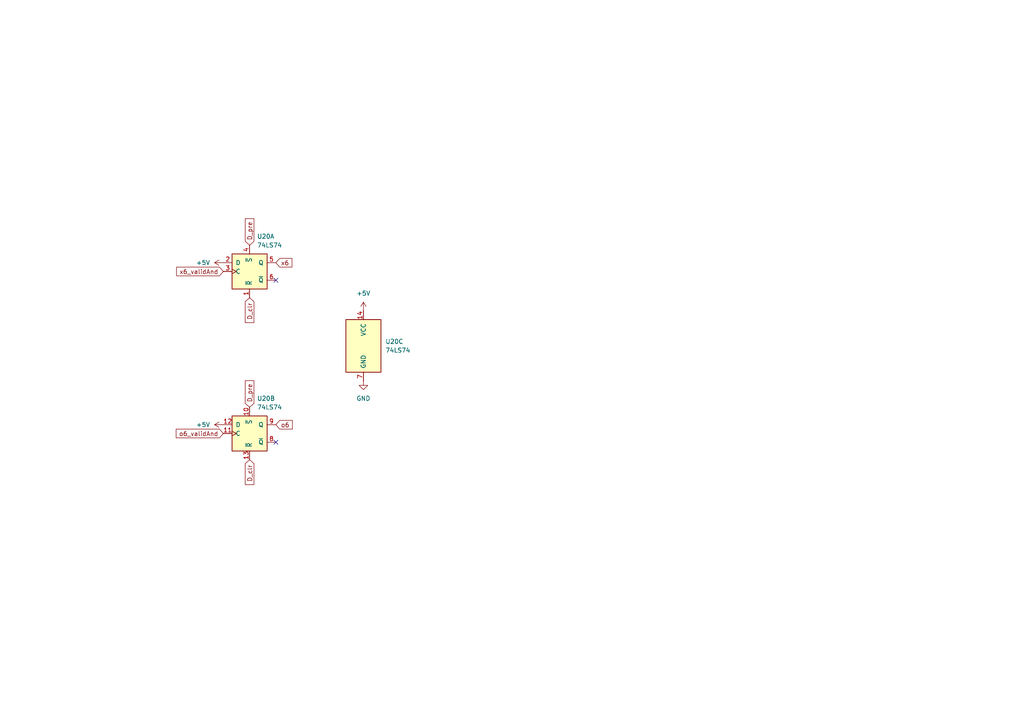
<source format=kicad_sch>
(kicad_sch
	(version 20250114)
	(generator "eeschema")
	(generator_version "9.0")
	(uuid "0f222bc9-c86a-4c26-921d-459394749d18")
	(paper "A4")
	(lib_symbols
		(symbol "74xx:74LS74"
			(pin_names
				(offset 1.016)
			)
			(exclude_from_sim no)
			(in_bom yes)
			(on_board yes)
			(property "Reference" "U"
				(at -7.62 8.89 0)
				(effects
					(font
						(size 1.27 1.27)
					)
				)
			)
			(property "Value" "74LS74"
				(at -7.62 -8.89 0)
				(effects
					(font
						(size 1.27 1.27)
					)
				)
			)
			(property "Footprint" ""
				(at 0 0 0)
				(effects
					(font
						(size 1.27 1.27)
					)
					(hide yes)
				)
			)
			(property "Datasheet" "74xx/74hc_hct74.pdf"
				(at 0 0 0)
				(effects
					(font
						(size 1.27 1.27)
					)
					(hide yes)
				)
			)
			(property "Description" "Dual D Flip-flop, Set & Reset"
				(at 0 0 0)
				(effects
					(font
						(size 1.27 1.27)
					)
					(hide yes)
				)
			)
			(property "ki_locked" ""
				(at 0 0 0)
				(effects
					(font
						(size 1.27 1.27)
					)
				)
			)
			(property "ki_keywords" "TTL DFF"
				(at 0 0 0)
				(effects
					(font
						(size 1.27 1.27)
					)
					(hide yes)
				)
			)
			(property "ki_fp_filters" "DIP*W7.62mm*"
				(at 0 0 0)
				(effects
					(font
						(size 1.27 1.27)
					)
					(hide yes)
				)
			)
			(symbol "74LS74_1_0"
				(pin input line
					(at -7.62 2.54 0)
					(length 2.54)
					(name "D"
						(effects
							(font
								(size 1.27 1.27)
							)
						)
					)
					(number "2"
						(effects
							(font
								(size 1.27 1.27)
							)
						)
					)
				)
				(pin input clock
					(at -7.62 0 0)
					(length 2.54)
					(name "C"
						(effects
							(font
								(size 1.27 1.27)
							)
						)
					)
					(number "3"
						(effects
							(font
								(size 1.27 1.27)
							)
						)
					)
				)
				(pin input line
					(at 0 7.62 270)
					(length 2.54)
					(name "~{S}"
						(effects
							(font
								(size 1.27 1.27)
							)
						)
					)
					(number "4"
						(effects
							(font
								(size 1.27 1.27)
							)
						)
					)
				)
				(pin input line
					(at 0 -7.62 90)
					(length 2.54)
					(name "~{R}"
						(effects
							(font
								(size 1.27 1.27)
							)
						)
					)
					(number "1"
						(effects
							(font
								(size 1.27 1.27)
							)
						)
					)
				)
				(pin output line
					(at 7.62 2.54 180)
					(length 2.54)
					(name "Q"
						(effects
							(font
								(size 1.27 1.27)
							)
						)
					)
					(number "5"
						(effects
							(font
								(size 1.27 1.27)
							)
						)
					)
				)
				(pin output line
					(at 7.62 -2.54 180)
					(length 2.54)
					(name "~{Q}"
						(effects
							(font
								(size 1.27 1.27)
							)
						)
					)
					(number "6"
						(effects
							(font
								(size 1.27 1.27)
							)
						)
					)
				)
			)
			(symbol "74LS74_1_1"
				(rectangle
					(start -5.08 5.08)
					(end 5.08 -5.08)
					(stroke
						(width 0.254)
						(type default)
					)
					(fill
						(type background)
					)
				)
			)
			(symbol "74LS74_2_0"
				(pin input line
					(at -7.62 2.54 0)
					(length 2.54)
					(name "D"
						(effects
							(font
								(size 1.27 1.27)
							)
						)
					)
					(number "12"
						(effects
							(font
								(size 1.27 1.27)
							)
						)
					)
				)
				(pin input clock
					(at -7.62 0 0)
					(length 2.54)
					(name "C"
						(effects
							(font
								(size 1.27 1.27)
							)
						)
					)
					(number "11"
						(effects
							(font
								(size 1.27 1.27)
							)
						)
					)
				)
				(pin input line
					(at 0 7.62 270)
					(length 2.54)
					(name "~{S}"
						(effects
							(font
								(size 1.27 1.27)
							)
						)
					)
					(number "10"
						(effects
							(font
								(size 1.27 1.27)
							)
						)
					)
				)
				(pin input line
					(at 0 -7.62 90)
					(length 2.54)
					(name "~{R}"
						(effects
							(font
								(size 1.27 1.27)
							)
						)
					)
					(number "13"
						(effects
							(font
								(size 1.27 1.27)
							)
						)
					)
				)
				(pin output line
					(at 7.62 2.54 180)
					(length 2.54)
					(name "Q"
						(effects
							(font
								(size 1.27 1.27)
							)
						)
					)
					(number "9"
						(effects
							(font
								(size 1.27 1.27)
							)
						)
					)
				)
				(pin output line
					(at 7.62 -2.54 180)
					(length 2.54)
					(name "~{Q}"
						(effects
							(font
								(size 1.27 1.27)
							)
						)
					)
					(number "8"
						(effects
							(font
								(size 1.27 1.27)
							)
						)
					)
				)
			)
			(symbol "74LS74_2_1"
				(rectangle
					(start -5.08 5.08)
					(end 5.08 -5.08)
					(stroke
						(width 0.254)
						(type default)
					)
					(fill
						(type background)
					)
				)
			)
			(symbol "74LS74_3_0"
				(pin power_in line
					(at 0 10.16 270)
					(length 2.54)
					(name "VCC"
						(effects
							(font
								(size 1.27 1.27)
							)
						)
					)
					(number "14"
						(effects
							(font
								(size 1.27 1.27)
							)
						)
					)
				)
				(pin power_in line
					(at 0 -10.16 90)
					(length 2.54)
					(name "GND"
						(effects
							(font
								(size 1.27 1.27)
							)
						)
					)
					(number "7"
						(effects
							(font
								(size 1.27 1.27)
							)
						)
					)
				)
			)
			(symbol "74LS74_3_1"
				(rectangle
					(start -5.08 7.62)
					(end 5.08 -7.62)
					(stroke
						(width 0.254)
						(type default)
					)
					(fill
						(type background)
					)
				)
			)
			(embedded_fonts no)
		)
		(symbol "power:+5V"
			(power)
			(pin_numbers
				(hide yes)
			)
			(pin_names
				(offset 0)
				(hide yes)
			)
			(exclude_from_sim no)
			(in_bom yes)
			(on_board yes)
			(property "Reference" "#PWR"
				(at 0 -3.81 0)
				(effects
					(font
						(size 1.27 1.27)
					)
					(hide yes)
				)
			)
			(property "Value" "+5V"
				(at 0 3.556 0)
				(effects
					(font
						(size 1.27 1.27)
					)
				)
			)
			(property "Footprint" ""
				(at 0 0 0)
				(effects
					(font
						(size 1.27 1.27)
					)
					(hide yes)
				)
			)
			(property "Datasheet" ""
				(at 0 0 0)
				(effects
					(font
						(size 1.27 1.27)
					)
					(hide yes)
				)
			)
			(property "Description" "Power symbol creates a global label with name \"+5V\""
				(at 0 0 0)
				(effects
					(font
						(size 1.27 1.27)
					)
					(hide yes)
				)
			)
			(property "ki_keywords" "global power"
				(at 0 0 0)
				(effects
					(font
						(size 1.27 1.27)
					)
					(hide yes)
				)
			)
			(symbol "+5V_0_1"
				(polyline
					(pts
						(xy -0.762 1.27) (xy 0 2.54)
					)
					(stroke
						(width 0)
						(type default)
					)
					(fill
						(type none)
					)
				)
				(polyline
					(pts
						(xy 0 2.54) (xy 0.762 1.27)
					)
					(stroke
						(width 0)
						(type default)
					)
					(fill
						(type none)
					)
				)
				(polyline
					(pts
						(xy 0 0) (xy 0 2.54)
					)
					(stroke
						(width 0)
						(type default)
					)
					(fill
						(type none)
					)
				)
			)
			(symbol "+5V_1_1"
				(pin power_in line
					(at 0 0 90)
					(length 0)
					(name "~"
						(effects
							(font
								(size 1.27 1.27)
							)
						)
					)
					(number "1"
						(effects
							(font
								(size 1.27 1.27)
							)
						)
					)
				)
			)
			(embedded_fonts no)
		)
		(symbol "power:GND"
			(power)
			(pin_numbers
				(hide yes)
			)
			(pin_names
				(offset 0)
				(hide yes)
			)
			(exclude_from_sim no)
			(in_bom yes)
			(on_board yes)
			(property "Reference" "#PWR"
				(at 0 -6.35 0)
				(effects
					(font
						(size 1.27 1.27)
					)
					(hide yes)
				)
			)
			(property "Value" "GND"
				(at 0 -3.81 0)
				(effects
					(font
						(size 1.27 1.27)
					)
				)
			)
			(property "Footprint" ""
				(at 0 0 0)
				(effects
					(font
						(size 1.27 1.27)
					)
					(hide yes)
				)
			)
			(property "Datasheet" ""
				(at 0 0 0)
				(effects
					(font
						(size 1.27 1.27)
					)
					(hide yes)
				)
			)
			(property "Description" "Power symbol creates a global label with name \"GND\" , ground"
				(at 0 0 0)
				(effects
					(font
						(size 1.27 1.27)
					)
					(hide yes)
				)
			)
			(property "ki_keywords" "global power"
				(at 0 0 0)
				(effects
					(font
						(size 1.27 1.27)
					)
					(hide yes)
				)
			)
			(symbol "GND_0_1"
				(polyline
					(pts
						(xy 0 0) (xy 0 -1.27) (xy 1.27 -1.27) (xy 0 -2.54) (xy -1.27 -1.27) (xy 0 -1.27)
					)
					(stroke
						(width 0)
						(type default)
					)
					(fill
						(type none)
					)
				)
			)
			(symbol "GND_1_1"
				(pin power_in line
					(at 0 0 270)
					(length 0)
					(name "~"
						(effects
							(font
								(size 1.27 1.27)
							)
						)
					)
					(number "1"
						(effects
							(font
								(size 1.27 1.27)
							)
						)
					)
				)
			)
			(embedded_fonts no)
		)
	)
	(no_connect
		(at 80.01 128.27)
		(uuid "740a870a-82a7-492a-94b2-1b8694927990")
	)
	(no_connect
		(at 80.01 81.28)
		(uuid "d7788c86-4acb-49cf-a25a-1dc2b1f735d9")
	)
	(global_label "x6_validAnd"
		(shape input)
		(at 64.77 78.74 180)
		(fields_autoplaced yes)
		(effects
			(font
				(size 1.27 1.27)
			)
			(justify right)
		)
		(uuid "377ea517-22a4-4f8b-beb3-d5c5da264af4")
		(property "Intersheetrefs" "${INTERSHEET_REFS}"
			(at 50.6574 78.74 0)
			(effects
				(font
					(size 1.27 1.27)
				)
				(justify right)
				(hide yes)
			)
		)
	)
	(global_label "o6_validAnd"
		(shape input)
		(at 64.77 125.73 180)
		(fields_autoplaced yes)
		(effects
			(font
				(size 1.27 1.27)
			)
			(justify right)
		)
		(uuid "408ae6b6-4fa6-4745-ab46-4fb7f0e962f4")
		(property "Intersheetrefs" "${INTERSHEET_REFS}"
			(at 50.5365 125.73 0)
			(effects
				(font
					(size 1.27 1.27)
				)
				(justify right)
				(hide yes)
			)
		)
	)
	(global_label "o6"
		(shape input)
		(at 80.01 123.19 0)
		(fields_autoplaced yes)
		(effects
			(font
				(size 1.27 1.27)
			)
			(justify left)
		)
		(uuid "5e5368ed-2831-4b86-bce8-41755d0bcac5")
		(property "Intersheetrefs" "${INTERSHEET_REFS}"
			(at 85.3537 123.19 0)
			(effects
				(font
					(size 1.27 1.27)
				)
				(justify left)
				(hide yes)
			)
		)
	)
	(global_label "x6"
		(shape input)
		(at 80.01 76.2 0)
		(fields_autoplaced yes)
		(effects
			(font
				(size 1.27 1.27)
			)
			(justify left)
		)
		(uuid "da00cdc0-e5ce-41db-bac2-845c38aa22ee")
		(property "Intersheetrefs" "${INTERSHEET_REFS}"
			(at 85.2328 76.2 0)
			(effects
				(font
					(size 1.27 1.27)
				)
				(justify left)
				(hide yes)
			)
		)
	)
	(global_label "D_pre"
		(shape input)
		(at 72.39 71.12 90)
		(fields_autoplaced yes)
		(effects
			(font
				(size 1.27 1.27)
			)
			(justify left)
		)
		(uuid "df77759a-15fb-4535-8430-ba5ed0594dee")
		(property "Intersheetrefs" "${INTERSHEET_REFS}"
			(at 72.39 62.8734 90)
			(effects
				(font
					(size 1.27 1.27)
				)
				(justify left)
				(hide yes)
			)
		)
	)
	(global_label "D_clr"
		(shape input)
		(at 72.39 86.36 270)
		(fields_autoplaced yes)
		(effects
			(font
				(size 1.27 1.27)
			)
			(justify right)
		)
		(uuid "e0905ee6-6b71-409f-8a84-5157a71d5940")
		(property "Intersheetrefs" "${INTERSHEET_REFS}"
			(at 72.39 94.1228 90)
			(effects
				(font
					(size 1.27 1.27)
				)
				(justify right)
				(hide yes)
			)
		)
	)
	(global_label "D_clr"
		(shape input)
		(at 72.39 133.35 270)
		(fields_autoplaced yes)
		(effects
			(font
				(size 1.27 1.27)
			)
			(justify right)
		)
		(uuid "e4c11265-6a2d-46f7-87c8-5fc07e0aeab4")
		(property "Intersheetrefs" "${INTERSHEET_REFS}"
			(at 72.39 141.1128 90)
			(effects
				(font
					(size 1.27 1.27)
				)
				(justify right)
				(hide yes)
			)
		)
	)
	(global_label "D_pre"
		(shape input)
		(at 72.39 118.11 90)
		(fields_autoplaced yes)
		(effects
			(font
				(size 1.27 1.27)
			)
			(justify left)
		)
		(uuid "e9f5ab4e-2bd4-46d5-b53e-7e9988a74076")
		(property "Intersheetrefs" "${INTERSHEET_REFS}"
			(at 72.39 109.8634 90)
			(effects
				(font
					(size 1.27 1.27)
				)
				(justify left)
				(hide yes)
			)
		)
	)
	(symbol
		(lib_id "74xx:74LS74")
		(at 72.39 78.74 0)
		(unit 1)
		(exclude_from_sim no)
		(in_bom yes)
		(on_board yes)
		(dnp no)
		(fields_autoplaced yes)
		(uuid "275829d9-5b9e-4482-88f0-949f047ffb4e")
		(property "Reference" "U20"
			(at 74.5333 68.58 0)
			(effects
				(font
					(size 1.27 1.27)
				)
				(justify left)
			)
		)
		(property "Value" "74LS74"
			(at 74.5333 71.12 0)
			(effects
				(font
					(size 1.27 1.27)
				)
				(justify left)
			)
		)
		(property "Footprint" "Package_DIP:DIP-14_W7.62mm"
			(at 72.39 78.74 0)
			(effects
				(font
					(size 1.27 1.27)
				)
				(hide yes)
			)
		)
		(property "Datasheet" "74xx/74hc_hct74.pdf"
			(at 72.39 78.74 0)
			(effects
				(font
					(size 1.27 1.27)
				)
				(hide yes)
			)
		)
		(property "Description" "Dual D Flip-flop, Set & Reset"
			(at 72.39 78.74 0)
			(effects
				(font
					(size 1.27 1.27)
				)
				(hide yes)
			)
		)
		(pin "12"
			(uuid "b151a4c0-95ef-4496-bf8a-2c1fb6f960d4")
		)
		(pin "4"
			(uuid "d4a13b76-ced1-45dc-b66d-b5172e9d2612")
		)
		(pin "14"
			(uuid "1e7d8e54-afc2-490c-afef-40a46277b200")
		)
		(pin "3"
			(uuid "5a66f55a-17b9-4e5c-a317-77e61e669081")
		)
		(pin "8"
			(uuid "17c29a99-a9d4-4278-9bb4-85547421c95e")
		)
		(pin "5"
			(uuid "1cbde906-f46b-44e1-a6f8-b8902c2ad112")
		)
		(pin "11"
			(uuid "234d3305-417f-450a-96a2-e38f3f7cd055")
		)
		(pin "10"
			(uuid "e06bad5a-fe59-4017-b3fb-ab5f5514b0c1")
		)
		(pin "13"
			(uuid "d1c5766f-7571-4b4a-a396-2c373b657b34")
		)
		(pin "7"
			(uuid "a0541d54-4040-4978-a2ae-140970f9dab2")
		)
		(pin "2"
			(uuid "2624a7cf-42c8-40fb-9bd3-c66cd168ecdb")
		)
		(pin "9"
			(uuid "76462129-3cef-4f26-af9a-83d9148fd459")
		)
		(pin "6"
			(uuid "7914e14f-bcd0-447d-be19-a54aecb787b8")
		)
		(pin "1"
			(uuid "888c48c7-5b47-4dc8-95d9-06c4b22c2a23")
		)
		(instances
			(project ""
				(path "/0f222bc9-c86a-4c26-921d-459394749d18/082569f6-9472-4458-9cc1-e7d87106414f/22f309d6-31aa-4f18-8395-1e3ab4ff57a0"
					(reference "U20")
					(unit 1)
				)
			)
		)
	)
	(symbol
		(lib_id "power:+5V")
		(at 105.41 90.17 0)
		(unit 1)
		(exclude_from_sim no)
		(in_bom yes)
		(on_board yes)
		(dnp no)
		(fields_autoplaced yes)
		(uuid "2f930f45-e988-4d47-b359-5ec5e039e8c0")
		(property "Reference" "#PWR049"
			(at 105.41 93.98 0)
			(effects
				(font
					(size 1.27 1.27)
				)
				(hide yes)
			)
		)
		(property "Value" "+5V"
			(at 105.41 85.09 0)
			(effects
				(font
					(size 1.27 1.27)
				)
			)
		)
		(property "Footprint" ""
			(at 105.41 90.17 0)
			(effects
				(font
					(size 1.27 1.27)
				)
				(hide yes)
			)
		)
		(property "Datasheet" ""
			(at 105.41 90.17 0)
			(effects
				(font
					(size 1.27 1.27)
				)
				(hide yes)
			)
		)
		(property "Description" "Power symbol creates a global label with name \"+5V\""
			(at 105.41 90.17 0)
			(effects
				(font
					(size 1.27 1.27)
				)
				(hide yes)
			)
		)
		(pin "1"
			(uuid "47089e92-e5fb-4866-a085-2bb6b3353f67")
		)
		(instances
			(project ""
				(path "/0f222bc9-c86a-4c26-921d-459394749d18/082569f6-9472-4458-9cc1-e7d87106414f/22f309d6-31aa-4f18-8395-1e3ab4ff57a0"
					(reference "#PWR049")
					(unit 1)
				)
			)
		)
	)
	(symbol
		(lib_id "power:+5V")
		(at 64.77 76.2 90)
		(unit 1)
		(exclude_from_sim no)
		(in_bom yes)
		(on_board yes)
		(dnp no)
		(fields_autoplaced yes)
		(uuid "4f7ba317-e0d0-4998-8fbd-790cfb9d9ff2")
		(property "Reference" "#PWR047"
			(at 68.58 76.2 0)
			(effects
				(font
					(size 1.27 1.27)
				)
				(hide yes)
			)
		)
		(property "Value" "+5V"
			(at 60.96 76.1999 90)
			(effects
				(font
					(size 1.27 1.27)
				)
				(justify left)
			)
		)
		(property "Footprint" ""
			(at 64.77 76.2 0)
			(effects
				(font
					(size 1.27 1.27)
				)
				(hide yes)
			)
		)
		(property "Datasheet" ""
			(at 64.77 76.2 0)
			(effects
				(font
					(size 1.27 1.27)
				)
				(hide yes)
			)
		)
		(property "Description" "Power symbol creates a global label with name \"+5V\""
			(at 64.77 76.2 0)
			(effects
				(font
					(size 1.27 1.27)
				)
				(hide yes)
			)
		)
		(pin "1"
			(uuid "0f6c16b2-9839-4c9f-a9d9-297b284133a9")
		)
		(instances
			(project ""
				(path "/0f222bc9-c86a-4c26-921d-459394749d18/082569f6-9472-4458-9cc1-e7d87106414f/22f309d6-31aa-4f18-8395-1e3ab4ff57a0"
					(reference "#PWR047")
					(unit 1)
				)
			)
		)
	)
	(symbol
		(lib_id "74xx:74LS74")
		(at 105.41 100.33 0)
		(unit 3)
		(exclude_from_sim no)
		(in_bom yes)
		(on_board yes)
		(dnp no)
		(fields_autoplaced yes)
		(uuid "5bc9f479-5ca0-4d62-a51d-a00d408e99ef")
		(property "Reference" "U20"
			(at 111.76 99.0599 0)
			(effects
				(font
					(size 1.27 1.27)
				)
				(justify left)
			)
		)
		(property "Value" "74LS74"
			(at 111.76 101.5999 0)
			(effects
				(font
					(size 1.27 1.27)
				)
				(justify left)
			)
		)
		(property "Footprint" "Package_DIP:DIP-14_W7.62mm"
			(at 105.41 100.33 0)
			(effects
				(font
					(size 1.27 1.27)
				)
				(hide yes)
			)
		)
		(property "Datasheet" "74xx/74hc_hct74.pdf"
			(at 105.41 100.33 0)
			(effects
				(font
					(size 1.27 1.27)
				)
				(hide yes)
			)
		)
		(property "Description" "Dual D Flip-flop, Set & Reset"
			(at 105.41 100.33 0)
			(effects
				(font
					(size 1.27 1.27)
				)
				(hide yes)
			)
		)
		(pin "12"
			(uuid "b151a4c0-95ef-4496-bf8a-2c1fb6f960d3")
		)
		(pin "4"
			(uuid "a446bce5-b06e-4c69-bb57-25b705bb0759")
		)
		(pin "14"
			(uuid "f7abfc48-af09-4e97-b575-be49bc236ea6")
		)
		(pin "3"
			(uuid "a1297712-69b9-4d31-a6e3-e9d31e1118fa")
		)
		(pin "8"
			(uuid "17c29a99-a9d4-4278-9bb4-85547421c95d")
		)
		(pin "5"
			(uuid "d37bb2e3-74f6-47d1-a81e-869bdfc0d73e")
		)
		(pin "11"
			(uuid "234d3305-417f-450a-96a2-e38f3f7cd054")
		)
		(pin "10"
			(uuid "e06bad5a-fe59-4017-b3fb-ab5f5514b0c0")
		)
		(pin "13"
			(uuid "d1c5766f-7571-4b4a-a396-2c373b657b33")
		)
		(pin "7"
			(uuid "37b42e98-ccc0-4819-96e5-ff8a10cec17c")
		)
		(pin "2"
			(uuid "49d6c06a-92c6-4784-9284-7551a7d1ad1d")
		)
		(pin "9"
			(uuid "76462129-3cef-4f26-af9a-83d9148fd458")
		)
		(pin "6"
			(uuid "a173177a-d678-4ca1-91e5-25fbd731eed4")
		)
		(pin "1"
			(uuid "e72a8853-e290-441d-9efc-29ec16f9f8de")
		)
		(instances
			(project ""
				(path "/0f222bc9-c86a-4c26-921d-459394749d18/082569f6-9472-4458-9cc1-e7d87106414f/22f309d6-31aa-4f18-8395-1e3ab4ff57a0"
					(reference "U20")
					(unit 3)
				)
			)
		)
	)
	(symbol
		(lib_id "power:+5V")
		(at 64.77 123.19 90)
		(unit 1)
		(exclude_from_sim no)
		(in_bom yes)
		(on_board yes)
		(dnp no)
		(fields_autoplaced yes)
		(uuid "78de0e83-9a0b-4b04-9a6b-f3a617f688c6")
		(property "Reference" "#PWR048"
			(at 68.58 123.19 0)
			(effects
				(font
					(size 1.27 1.27)
				)
				(hide yes)
			)
		)
		(property "Value" "+5V"
			(at 60.96 123.1899 90)
			(effects
				(font
					(size 1.27 1.27)
				)
				(justify left)
			)
		)
		(property "Footprint" ""
			(at 64.77 123.19 0)
			(effects
				(font
					(size 1.27 1.27)
				)
				(hide yes)
			)
		)
		(property "Datasheet" ""
			(at 64.77 123.19 0)
			(effects
				(font
					(size 1.27 1.27)
				)
				(hide yes)
			)
		)
		(property "Description" "Power symbol creates a global label with name \"+5V\""
			(at 64.77 123.19 0)
			(effects
				(font
					(size 1.27 1.27)
				)
				(hide yes)
			)
		)
		(pin "1"
			(uuid "ba166e5f-0bdd-4bab-8b07-a97c2dbd0389")
		)
		(instances
			(project ""
				(path "/0f222bc9-c86a-4c26-921d-459394749d18/082569f6-9472-4458-9cc1-e7d87106414f/22f309d6-31aa-4f18-8395-1e3ab4ff57a0"
					(reference "#PWR048")
					(unit 1)
				)
			)
		)
	)
	(symbol
		(lib_id "74xx:74LS74")
		(at 72.39 125.73 0)
		(unit 2)
		(exclude_from_sim no)
		(in_bom yes)
		(on_board yes)
		(dnp no)
		(fields_autoplaced yes)
		(uuid "89608857-4a6e-473a-9d6d-6aff8fd53d27")
		(property "Reference" "U20"
			(at 74.5333 115.57 0)
			(effects
				(font
					(size 1.27 1.27)
				)
				(justify left)
			)
		)
		(property "Value" "74LS74"
			(at 74.5333 118.11 0)
			(effects
				(font
					(size 1.27 1.27)
				)
				(justify left)
			)
		)
		(property "Footprint" "Package_DIP:DIP-14_W7.62mm"
			(at 72.39 125.73 0)
			(effects
				(font
					(size 1.27 1.27)
				)
				(hide yes)
			)
		)
		(property "Datasheet" "74xx/74hc_hct74.pdf"
			(at 72.39 125.73 0)
			(effects
				(font
					(size 1.27 1.27)
				)
				(hide yes)
			)
		)
		(property "Description" "Dual D Flip-flop, Set & Reset"
			(at 72.39 125.73 0)
			(effects
				(font
					(size 1.27 1.27)
				)
				(hide yes)
			)
		)
		(pin "12"
			(uuid "e9f61198-1753-4a78-8020-cbfcaefb5495")
		)
		(pin "4"
			(uuid "a446bce5-b06e-4c69-bb57-25b705bb075b")
		)
		(pin "14"
			(uuid "1e7d8e54-afc2-490c-afef-40a46277b201")
		)
		(pin "3"
			(uuid "a1297712-69b9-4d31-a6e3-e9d31e1118fc")
		)
		(pin "8"
			(uuid "9c3fe888-479b-485f-bb42-a47a59949500")
		)
		(pin "5"
			(uuid "d37bb2e3-74f6-47d1-a81e-869bdfc0d740")
		)
		(pin "11"
			(uuid "252d22f7-cd76-4325-95f8-231e8c49d3da")
		)
		(pin "10"
			(uuid "ba639d8f-66bd-441a-9491-9a89cdcb1202")
		)
		(pin "13"
			(uuid "c5137f7d-9215-451e-be22-b3993865254d")
		)
		(pin "7"
			(uuid "a0541d54-4040-4978-a2ae-140970f9dab3")
		)
		(pin "2"
			(uuid "49d6c06a-92c6-4784-9284-7551a7d1ad1f")
		)
		(pin "9"
			(uuid "db208ce1-8452-446f-8f6d-eb65fa62b71f")
		)
		(pin "6"
			(uuid "a173177a-d678-4ca1-91e5-25fbd731eed6")
		)
		(pin "1"
			(uuid "e72a8853-e290-441d-9efc-29ec16f9f8e0")
		)
		(instances
			(project ""
				(path "/0f222bc9-c86a-4c26-921d-459394749d18/082569f6-9472-4458-9cc1-e7d87106414f/22f309d6-31aa-4f18-8395-1e3ab4ff57a0"
					(reference "U20")
					(unit 2)
				)
			)
		)
	)
	(symbol
		(lib_id "power:GND")
		(at 105.41 110.49 0)
		(unit 1)
		(exclude_from_sim no)
		(in_bom yes)
		(on_board yes)
		(dnp no)
		(fields_autoplaced yes)
		(uuid "978804c5-c2a7-4976-b698-a23ee7aa4ff7")
		(property "Reference" "#PWR050"
			(at 105.41 116.84 0)
			(effects
				(font
					(size 1.27 1.27)
				)
				(hide yes)
			)
		)
		(property "Value" "GND"
			(at 105.41 115.57 0)
			(effects
				(font
					(size 1.27 1.27)
				)
			)
		)
		(property "Footprint" ""
			(at 105.41 110.49 0)
			(effects
				(font
					(size 1.27 1.27)
				)
				(hide yes)
			)
		)
		(property "Datasheet" ""
			(at 105.41 110.49 0)
			(effects
				(font
					(size 1.27 1.27)
				)
				(hide yes)
			)
		)
		(property "Description" "Power symbol creates a global label with name \"GND\" , ground"
			(at 105.41 110.49 0)
			(effects
				(font
					(size 1.27 1.27)
				)
				(hide yes)
			)
		)
		(pin "1"
			(uuid "c17de5a4-b20f-439b-a149-b2c0fa5d2a0e")
		)
		(instances
			(project ""
				(path "/0f222bc9-c86a-4c26-921d-459394749d18/082569f6-9472-4458-9cc1-e7d87106414f/22f309d6-31aa-4f18-8395-1e3ab4ff57a0"
					(reference "#PWR050")
					(unit 1)
				)
			)
		)
	)
)

</source>
